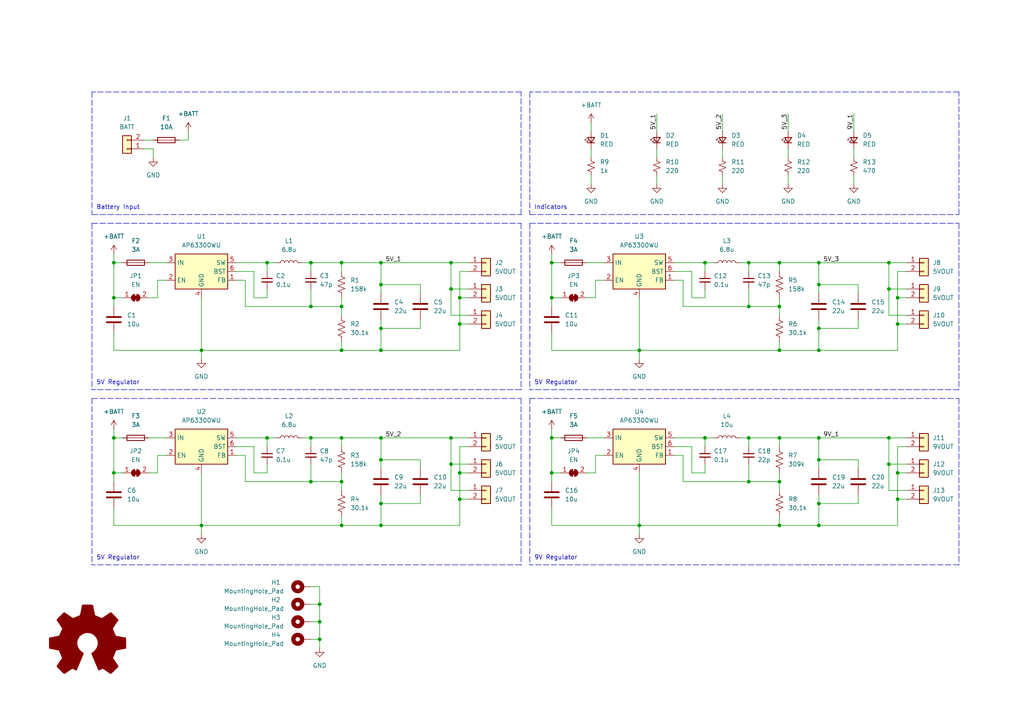
<source format=kicad_sch>
(kicad_sch (version 20211123) (generator eeschema)
  (paper "A4")
  (title_block (title "Regulator Board") (date "2023-01-11") (rev "dev1") (company "AUVCalStateLA"))
  (lib_symbols
    (symbol "AUVCSLA_SymbLib:AP63300WU"
      (property "Reference" "U" (at -7.62 6.35 0))
      (property "Value" "AP63300WU" (at 2.54 6.35 0))
      (symbol "AP63300WU_1_1"
        (pin input line (at 10.16 -2.54 180) (length 2.54) (name "FB") (number "1"))
        (pin input line (at -10.16 -2.54 0) (length 2.54) (name "EN") (number "2"))
        (pin power_in line (at -10.16 2.54 0) (length 2.54) (name "IN") (number "3"))
        (pin power_in line (at 0 -7.62 90) (length 2.54) (name "GND") (number "4"))
        (pin output line (at 10.16 2.54 180) (length 2.54) (name "SW") (number "5"))
        (pin passive line (at 10.16 0 180) (length 2.54) (name "BST") (number "6"))
      )
    )
    (symbol "Connector_Generic:Conn_01x02" (pin_names (offset 1.016) hide)
      (property "Reference" "J" (at 0 2.54 0))
      (property "Value" "Conn_01x02" (at 0 -5.08 0))
      (symbol "Conn_01x02_1_1"
        (pin passive line (at -5.08 0 0) (length 3.81) (name "Pin_1") (number "1"))
        (pin passive line (at -5.08 -2.54 0) (length 3.81) (name "Pin_2") (number "2"))
      )
    )
    (symbol "Device:C" (pin_numbers hide) (pin_names (offset 0.254))
      (property "Reference" "C" (at 0.635 2.54 0))
      (property "Value" "C" (at 0.635 -2.54 0))
      (symbol "C_1_1"
        (pin passive line (at 0 3.81 270) (length 2.794) (name "~") (number "1"))
        (pin passive line (at 0 -3.81 90) (length 2.794) (name "~") (number "2"))
      )
    )
    (symbol "Device:C_Small" (pin_numbers hide) (pin_names (offset 0.254) hide)
      (property "Reference" "C" (at 0.254 1.778 0))
      (property "Value" "C_Small" (at 0.254 -2.032 0))
      (symbol "C_Small_1_1"
        (pin passive line (at 0 2.54 270) (length 2.032) (name "~") (number "1"))
        (pin passive line (at 0 -2.54 90) (length 2.032) (name "~") (number "2"))
      )
    )
    (symbol "Device:Fuse" (pin_numbers hide) (pin_names (offset 0))
      (property "Reference" "F" (at 2.032 0 90))
      (property "Value" "Fuse" (at -1.905 0 90))
      (symbol "Fuse_1_1"
        (pin passive line (at 0 3.81 270) (length 1.27) (name "~") (number "1"))
        (pin passive line (at 0 -3.81 90) (length 1.27) (name "~") (number "2"))
      )
    )
    (symbol "Device:L" (pin_numbers hide) (pin_names (offset 1.016) hide)
      (property "Reference" "L" (at -1.27 0 90))
      (property "Value" "L" (at 1.905 0 90))
      (symbol "L_1_1"
        (pin passive line (at 0 3.81 270) (length 1.27) (name "1") (number "1"))
        (pin passive line (at 0 -3.81 90) (length 1.27) (name "2") (number "2"))
      )
    )
    (symbol "Device:LED_Small" (pin_numbers hide) (pin_names (offset 0.254) hide)
      (property "Reference" "D" (at -1.27 3.175 0))
      (property "Value" "LED_Small" (at -4.445 -2.54 0))
      (symbol "LED_Small_1_1"
        (pin passive line (at -2.54 0 0) (length 1.778) (name "K") (number "1"))
        (pin passive line (at 2.54 0 180) (length 1.778) (name "A") (number "2"))
      )
    )
    (symbol "Device:R_Small_US" (pin_numbers hide) (pin_names (offset 0.254) hide)
      (property "Reference" "R" (at 0.762 0.508 0))
      (property "Value" "R_Small_US" (at 0.762 -1.016 0))
      (symbol "R_Small_US_1_1"
        (pin passive line (at 0 2.54 270) (length 1.016) (name "~") (number "1"))
        (pin passive line (at 0 -2.54 90) (length 1.016) (name "~") (number "2"))
      )
    )
    (symbol "Device:R_US" (pin_numbers hide) (pin_names (offset 0))
      (property "Reference" "R" (at 2.54 0 90))
      (property "Value" "R_US" (at -2.54 0 90))
      (symbol "R_US_1_1"
        (pin passive line (at 0 3.81 270) (length 1.27) (name "~") (number "1"))
        (pin passive line (at 0 -3.81 90) (length 1.27) (name "~") (number "2"))
      )
    )
    (symbol "Graphic:Logo_Open_Hardware_Large" (pin_names (offset 1.016)))
    (symbol "Jumper:SolderJumper_2_Bridged" (pin_names (offset 0) hide)
      (property "Reference" "JP" (at 0 2.032 0))
      (property "Value" "SolderJumper_2_Bridged" (at 0 -2.54 0))
      (symbol "SolderJumper_2_Bridged_1_1"
        (pin passive line (at -3.81 0 0) (length 2.54) (name "A") (number "1"))
        (pin passive line (at 3.81 0 180) (length 2.54) (name "B") (number "2"))
      )
    )
    (symbol "Mechanical:MountingHole_Pad" (pin_numbers hide) (pin_names (offset 1.016) hide)
      (property "Reference" "H" (at 0 6.35 0))
      (property "Value" "MountingHole_Pad" (at 0 4.445 0))
      (symbol "MountingHole_Pad_1_1"
        (pin input line (at 0 -2.54 90) (length 2.54) (name "1") (number "1"))
      )
    )
    (symbol "power:+BATT" (power) (pin_names (offset 0))
      (property "Value" "+BATT" (at 0 3.556 0))
      (symbol "+BATT_1_1"
        (pin power_in line (at 0 0 90) (length 0) hide (name "+BATT") (number "1"))
      )
    )
    (symbol "power:GND" (power) (pin_names (offset 0))
      (property "Value" "GND" (at 0 -3.81 0))
      (symbol "GND_1_1"
        (pin power_in line (at 0 0 270) (length 0) hide (name "GND") (number "1"))
      )
    )
  )
  (junction (at 160.02 86.36))
  (junction (at 133.35 137.16))
  (junction (at 99.06 152.4))
  (junction (at 217.17 127))
  (junction (at 237.49 101.6))
  (junction (at 99.06 88.9))
  (junction (at 260.35 86.36))
  (junction (at 257.81 83.82))
  (junction (at 226.06 127))
  (junction (at 110.49 133.35))
  (junction (at 130.81 134.62))
  (junction (at 99.06 127))
  (junction (at 90.17 139.7))
  (junction (at 226.06 101.6))
  (junction (at 33.02 86.36))
  (junction (at 237.49 152.4))
  (junction (at 130.81 127))
  (junction (at 160.02 127))
  (junction (at 90.17 127))
  (junction (at 226.06 76.2))
  (junction (at 160.02 137.16))
  (junction (at 260.35 93.98))
  (junction (at 133.35 93.98))
  (junction (at 99.06 101.6))
  (junction (at 58.42 152.4))
  (junction (at 260.35 137.16))
  (junction (at 217.17 76.2))
  (junction (at 226.06 139.7))
  (junction (at 33.02 137.16))
  (junction (at 133.35 86.36))
  (junction (at 90.17 76.2))
  (junction (at 110.49 101.6))
  (junction (at 226.06 152.4))
  (junction (at 217.17 88.9))
  (junction (at 226.06 88.9))
  (junction (at 185.42 101.6))
  (junction (at 99.06 139.7))
  (junction (at 110.49 82.55))
  (junction (at 204.47 127))
  (junction (at 260.35 144.78))
  (junction (at 257.81 127))
  (junction (at 33.02 127))
  (junction (at 237.49 76.2))
  (junction (at 237.49 95.25))
  (junction (at 90.17 88.9))
  (junction (at 237.49 146.05))
  (junction (at 92.71 175.26))
  (junction (at 99.06 76.2))
  (junction (at 110.49 76.2))
  (junction (at 33.02 76.2))
  (junction (at 77.47 76.2))
  (junction (at 77.47 127))
  (junction (at 92.71 180.34))
  (junction (at 130.81 83.82))
  (junction (at 257.81 76.2))
  (junction (at 204.47 76.2))
  (junction (at 133.35 144.78))
  (junction (at 237.49 82.55))
  (junction (at 130.81 76.2))
  (junction (at 58.42 101.6))
  (junction (at 160.02 76.2))
  (junction (at 110.49 152.4))
  (junction (at 237.49 133.35))
  (junction (at 92.71 185.42))
  (junction (at 257.81 134.62))
  (junction (at 217.17 139.7))
  (junction (at 185.42 152.4))
  (junction (at 110.49 146.05))
  (junction (at 237.49 127))
  (junction (at 110.49 127))
  (junction (at 110.49 95.25))
  (wire (pts (xy 121.92 82.55) (xy 121.92 85.09)))
  (wire (pts (xy 135.89 78.74) (xy 133.35 78.74)))
  (wire (pts (xy 160.02 101.6) (xy 185.42 101.6)))
  (wire (pts (xy 185.42 101.6) (xy 185.42 104.14)))
  (wire (pts (xy 260.35 78.74) (xy 260.35 86.36)))
  (polyline (pts (xy 153.67 64.77) (xy 153.67 113.03)))
  (wire (pts (xy 99.06 152.4) (xy 110.49 152.4)))
  (wire (pts (xy 237.49 82.55) (xy 237.49 76.2)))
  (wire (pts (xy 172.72 137.16) (xy 170.18 137.16)))
  (polyline (pts (xy 151.13 26.67) (xy 26.67 26.67)))
  (wire (pts (xy 92.71 180.34) (xy 92.71 185.42)))
  (wire (pts (xy 226.06 137.16) (xy 226.06 139.7)))
  (wire (pts (xy 257.81 83.82) (xy 257.81 76.2)))
  (wire (pts (xy 204.47 127) (xy 204.47 129.54)))
  (wire (pts (xy 33.02 127) (xy 35.56 127)))
  (wire (pts (xy 217.17 134.62) (xy 217.17 139.7)))
  (wire (pts (xy 195.58 78.74) (xy 200.66 78.74)))
  (wire (pts (xy 45.72 132.08) (xy 45.72 137.16)))
  (polyline (pts (xy 278.13 115.57) (xy 278.13 163.83)))
  (wire (pts (xy 204.47 127) (xy 207.01 127)))
  (wire (pts (xy 77.47 76.2) (xy 80.01 76.2)))
  (wire (pts (xy 48.26 132.08) (xy 45.72 132.08)))
  (wire (pts (xy 99.06 101.6) (xy 110.49 101.6)))
  (polyline (pts (xy 26.67 26.67) (xy 26.67 62.23)))
  (wire (pts (xy 195.58 76.2) (xy 204.47 76.2)))
  (wire (pts (xy 209.55 33.02) (xy 209.55 38.1)))
  (wire (pts (xy 237.49 92.71) (xy 237.49 95.25)))
  (wire (pts (xy 248.92 82.55) (xy 248.92 85.09)))
  (wire (pts (xy 162.56 137.16) (xy 160.02 137.16)))
  (wire (pts (xy 90.17 76.2) (xy 99.06 76.2)))
  (wire (pts (xy 237.49 76.2) (xy 257.81 76.2)))
  (wire (pts (xy 99.06 137.16) (xy 99.06 139.7)))
  (wire (pts (xy 99.06 139.7) (xy 99.06 142.24)))
  (wire (pts (xy 133.35 129.54) (xy 133.35 137.16)))
  (wire (pts (xy 110.49 133.35) (xy 110.49 135.89)))
  (polyline (pts (xy 151.13 64.77) (xy 151.13 113.03)))
  (wire (pts (xy 260.35 93.98) (xy 262.89 93.98)))
  (wire (pts (xy 257.81 127) (xy 262.89 127)))
  (wire (pts (xy 73.66 129.54) (xy 73.66 137.16)))
  (wire (pts (xy 90.17 83.82) (xy 90.17 88.9)))
  (wire (pts (xy 195.58 127) (xy 204.47 127)))
  (polyline (pts (xy 153.67 26.67) (xy 153.67 62.23)))
  (wire (pts (xy 237.49 101.6) (xy 260.35 101.6)))
  (wire (pts (xy 71.12 139.7) (xy 90.17 139.7)))
  (wire (pts (xy 237.49 133.35) (xy 237.49 135.89)))
  (wire (pts (xy 110.49 146.05) (xy 110.49 152.4)))
  (wire (pts (xy 68.58 127) (xy 77.47 127)))
  (wire (pts (xy 171.45 43.18) (xy 171.45 45.72)))
  (wire (pts (xy 68.58 81.28) (xy 71.12 81.28)))
  (wire (pts (xy 130.81 83.82) (xy 130.81 76.2)))
  (wire (pts (xy 262.89 83.82) (xy 257.81 83.82)))
  (wire (pts (xy 160.02 73.66) (xy 160.02 76.2)))
  (wire (pts (xy 58.42 137.16) (xy 58.42 152.4)))
  (wire (pts (xy 133.35 144.78) (xy 133.35 152.4)))
  (wire (pts (xy 68.58 129.54) (xy 73.66 129.54)))
  (wire (pts (xy 260.35 144.78) (xy 262.89 144.78)))
  (wire (pts (xy 198.12 139.7) (xy 217.17 139.7)))
  (wire (pts (xy 99.06 127) (xy 110.49 127)))
  (wire (pts (xy 58.42 101.6) (xy 58.42 104.14)))
  (wire (pts (xy 135.89 137.16) (xy 133.35 137.16)))
  (wire (pts (xy 262.89 78.74) (xy 260.35 78.74)))
  (wire (pts (xy 160.02 96.52) (xy 160.02 101.6)))
  (wire (pts (xy 71.12 81.28) (xy 71.12 88.9)))
  (wire (pts (xy 45.72 86.36) (xy 43.18 86.36)))
  (wire (pts (xy 41.91 43.18) (xy 44.45 43.18)))
  (wire (pts (xy 41.91 40.64) (xy 44.45 40.64)))
  (wire (pts (xy 110.49 152.4) (xy 133.35 152.4)))
  (wire (pts (xy 121.92 92.71) (xy 121.92 95.25)))
  (wire (pts (xy 33.02 137.16) (xy 33.02 139.7)))
  (wire (pts (xy 260.35 137.16) (xy 262.89 137.16)))
  (wire (pts (xy 110.49 101.6) (xy 133.35 101.6)))
  (wire (pts (xy 45.72 81.28) (xy 45.72 86.36)))
  (wire (pts (xy 43.18 127) (xy 48.26 127)))
  (wire (pts (xy 226.06 127) (xy 226.06 129.54)))
  (wire (pts (xy 77.47 127) (xy 80.01 127)))
  (wire (pts (xy 190.5 43.18) (xy 190.5 45.72)))
  (wire (pts (xy 48.26 81.28) (xy 45.72 81.28)))
  (polyline (pts (xy 153.67 115.57) (xy 278.13 115.57)))
  (wire (pts (xy 226.06 99.06) (xy 226.06 101.6)))
  (wire (pts (xy 133.35 86.36) (xy 135.89 86.36)))
  (wire (pts (xy 209.55 50.8) (xy 209.55 53.34)))
  (wire (pts (xy 237.49 133.35) (xy 248.92 133.35)))
  (wire (pts (xy 248.92 95.25) (xy 237.49 95.25)))
  (wire (pts (xy 217.17 88.9) (xy 226.06 88.9)))
  (wire (pts (xy 90.17 76.2) (xy 90.17 78.74)))
  (wire (pts (xy 260.35 86.36) (xy 260.35 93.98)))
  (wire (pts (xy 90.17 88.9) (xy 99.06 88.9)))
  (wire (pts (xy 33.02 73.66) (xy 33.02 76.2)))
  (wire (pts (xy 171.45 50.8) (xy 171.45 53.34)))
  (wire (pts (xy 33.02 101.6) (xy 58.42 101.6)))
  (wire (pts (xy 33.02 86.36) (xy 33.02 76.2)))
  (wire (pts (xy 228.6 33.02) (xy 228.6 38.1)))
  (wire (pts (xy 133.35 144.78) (xy 135.89 144.78)))
  (wire (pts (xy 260.35 86.36) (xy 262.89 86.36)))
  (wire (pts (xy 110.49 95.25) (xy 110.49 101.6)))
  (wire (pts (xy 92.71 170.18) (xy 92.71 175.26)))
  (wire (pts (xy 73.66 78.74) (xy 73.66 86.36)))
  (wire (pts (xy 217.17 76.2) (xy 217.17 78.74)))
  (wire (pts (xy 99.06 76.2) (xy 99.06 78.74)))
  (wire (pts (xy 226.06 139.7) (xy 226.06 142.24)))
  (wire (pts (xy 90.17 175.26) (xy 92.71 175.26)))
  (wire (pts (xy 77.47 76.2) (xy 77.47 78.74)))
  (polyline (pts (xy 153.67 64.77) (xy 278.13 64.77)))
  (wire (pts (xy 200.66 129.54) (xy 200.66 137.16)))
  (wire (pts (xy 260.35 129.54) (xy 260.35 137.16)))
  (wire (pts (xy 237.49 133.35) (xy 237.49 127)))
  (wire (pts (xy 160.02 124.46) (xy 160.02 127)))
  (wire (pts (xy 52.07 40.64) (xy 54.61 40.64)))
  (wire (pts (xy 247.65 43.18) (xy 247.65 45.72)))
  (wire (pts (xy 160.02 147.32) (xy 160.02 152.4)))
  (wire (pts (xy 209.55 43.18) (xy 209.55 45.72)))
  (polyline (pts (xy 151.13 62.23) (xy 151.13 26.67)))
  (wire (pts (xy 228.6 43.18) (xy 228.6 45.72)))
  (wire (pts (xy 99.06 149.86) (xy 99.06 152.4)))
  (polyline (pts (xy 278.13 163.83) (xy 153.67 163.83)))
  (wire (pts (xy 90.17 139.7) (xy 99.06 139.7)))
  (wire (pts (xy 33.02 96.52) (xy 33.02 101.6)))
  (wire (pts (xy 68.58 132.08) (xy 71.12 132.08)))
  (wire (pts (xy 226.06 88.9) (xy 226.06 91.44)))
  (wire (pts (xy 121.92 146.05) (xy 110.49 146.05)))
  (wire (pts (xy 130.81 76.2) (xy 135.89 76.2)))
  (wire (pts (xy 162.56 86.36) (xy 160.02 86.36)))
  (wire (pts (xy 133.35 93.98) (xy 135.89 93.98)))
  (wire (pts (xy 226.06 152.4) (xy 237.49 152.4)))
  (wire (pts (xy 195.58 81.28) (xy 198.12 81.28)))
  (wire (pts (xy 58.42 101.6) (xy 99.06 101.6)))
  (wire (pts (xy 33.02 137.16) (xy 33.02 127)))
  (wire (pts (xy 160.02 127) (xy 162.56 127)))
  (wire (pts (xy 44.45 43.18) (xy 44.45 45.72)))
  (wire (pts (xy 99.06 99.06) (xy 99.06 101.6)))
  (wire (pts (xy 172.72 132.08) (xy 172.72 137.16)))
  (wire (pts (xy 198.12 132.08) (xy 198.12 139.7)))
  (wire (pts (xy 54.61 40.64) (xy 54.61 38.1)))
  (wire (pts (xy 185.42 152.4) (xy 226.06 152.4)))
  (wire (pts (xy 247.65 33.02) (xy 247.65 38.1)))
  (wire (pts (xy 99.06 86.36) (xy 99.06 88.9)))
  (wire (pts (xy 33.02 76.2) (xy 35.56 76.2)))
  (wire (pts (xy 195.58 132.08) (xy 198.12 132.08)))
  (wire (pts (xy 133.35 137.16) (xy 133.35 144.78)))
  (wire (pts (xy 110.49 76.2) (xy 130.81 76.2)))
  (wire (pts (xy 262.89 91.44) (xy 257.81 91.44)))
  (wire (pts (xy 110.49 92.71) (xy 110.49 95.25)))
  (wire (pts (xy 185.42 101.6) (xy 226.06 101.6)))
  (wire (pts (xy 237.49 127) (xy 257.81 127)))
  (wire (pts (xy 260.35 144.78) (xy 260.35 152.4)))
  (wire (pts (xy 171.45 35.56) (xy 171.45 38.1)))
  (wire (pts (xy 110.49 143.51) (xy 110.49 146.05)))
  (wire (pts (xy 237.49 82.55) (xy 248.92 82.55)))
  (wire (pts (xy 110.49 133.35) (xy 121.92 133.35)))
  (wire (pts (xy 204.47 76.2) (xy 207.01 76.2)))
  (wire (pts (xy 262.89 134.62) (xy 257.81 134.62)))
  (wire (pts (xy 73.66 86.36) (xy 77.47 86.36)))
  (wire (pts (xy 35.56 137.16) (xy 33.02 137.16)))
  (wire (pts (xy 204.47 134.62) (xy 204.47 137.16)))
  (wire (pts (xy 190.5 50.8) (xy 190.5 53.34)))
  (wire (pts (xy 248.92 133.35) (xy 248.92 135.89)))
  (wire (pts (xy 262.89 129.54) (xy 260.35 129.54)))
  (wire (pts (xy 257.81 91.44) (xy 257.81 83.82)))
  (wire (pts (xy 110.49 82.55) (xy 110.49 76.2)))
  (wire (pts (xy 237.49 82.55) (xy 237.49 85.09)))
  (wire (pts (xy 71.12 132.08) (xy 71.12 139.7)))
  (wire (pts (xy 99.06 127) (xy 99.06 129.54)))
  (wire (pts (xy 237.49 146.05) (xy 237.49 152.4)))
  (polyline (pts (xy 278.13 62.23) (xy 278.13 26.67)))
  (wire (pts (xy 90.17 185.42) (xy 92.71 185.42)))
  (wire (pts (xy 110.49 127) (xy 130.81 127)))
  (polyline (pts (xy 153.67 115.57) (xy 153.67 163.83)))
  (wire (pts (xy 160.02 86.36) (xy 160.02 88.9)))
  (wire (pts (xy 77.47 83.82) (xy 77.47 86.36)))
  (wire (pts (xy 92.71 185.42) (xy 92.71 187.96)))
  (polyline (pts (xy 151.13 115.57) (xy 151.13 163.83)))
  (wire (pts (xy 217.17 139.7) (xy 226.06 139.7)))
  (wire (pts (xy 135.89 83.82) (xy 130.81 83.82)))
  (wire (pts (xy 135.89 129.54) (xy 133.35 129.54)))
  (wire (pts (xy 99.06 76.2) (xy 110.49 76.2)))
  (wire (pts (xy 110.49 82.55) (xy 121.92 82.55)))
  (wire (pts (xy 257.81 142.24) (xy 257.81 134.62)))
  (wire (pts (xy 237.49 95.25) (xy 237.49 101.6)))
  (wire (pts (xy 185.42 152.4) (xy 185.42 154.94)))
  (wire (pts (xy 99.06 88.9) (xy 99.06 91.44)))
  (wire (pts (xy 135.89 142.24) (xy 130.81 142.24)))
  (wire (pts (xy 172.72 86.36) (xy 170.18 86.36)))
  (wire (pts (xy 160.02 86.36) (xy 160.02 76.2)))
  (wire (pts (xy 90.17 180.34) (xy 92.71 180.34)))
  (polyline (pts (xy 26.67 62.23) (xy 151.13 62.23)))
  (wire (pts (xy 43.18 76.2) (xy 48.26 76.2)))
  (wire (pts (xy 198.12 81.28) (xy 198.12 88.9)))
  (polyline (pts (xy 278.13 64.77) (xy 278.13 113.03)))
  (wire (pts (xy 204.47 83.82) (xy 204.47 86.36)))
  (wire (pts (xy 130.81 142.24) (xy 130.81 134.62)))
  (wire (pts (xy 121.92 143.51) (xy 121.92 146.05)))
  (wire (pts (xy 262.89 142.24) (xy 257.81 142.24)))
  (wire (pts (xy 87.63 127) (xy 90.17 127)))
  (polyline (pts (xy 153.67 62.23) (xy 278.13 62.23)))
  (wire (pts (xy 226.06 101.6) (xy 237.49 101.6)))
  (wire (pts (xy 58.42 86.36) (xy 58.42 101.6)))
  (wire (pts (xy 237.49 152.4) (xy 260.35 152.4)))
  (wire (pts (xy 200.66 137.16) (xy 204.47 137.16)))
  (wire (pts (xy 217.17 127) (xy 217.17 129.54)))
  (polyline (pts (xy 26.67 115.57) (xy 26.67 163.83)))
  (wire (pts (xy 226.06 149.86) (xy 226.06 152.4)))
  (wire (pts (xy 257.81 134.62) (xy 257.81 127)))
  (wire (pts (xy 73.66 137.16) (xy 77.47 137.16)))
  (wire (pts (xy 133.35 78.74) (xy 133.35 86.36)))
  (wire (pts (xy 200.66 86.36) (xy 204.47 86.36)))
  (wire (pts (xy 77.47 134.62) (xy 77.47 137.16)))
  (wire (pts (xy 130.81 127) (xy 135.89 127)))
  (wire (pts (xy 45.72 137.16) (xy 43.18 137.16)))
  (wire (pts (xy 217.17 76.2) (xy 226.06 76.2)))
  (wire (pts (xy 214.63 127) (xy 217.17 127)))
  (wire (pts (xy 130.81 91.44) (xy 130.81 83.82)))
  (wire (pts (xy 130.81 134.62) (xy 130.81 127)))
  (wire (pts (xy 170.18 127) (xy 175.26 127)))
  (wire (pts (xy 68.58 76.2) (xy 77.47 76.2)))
  (wire (pts (xy 87.63 76.2) (xy 90.17 76.2)))
  (wire (pts (xy 33.02 147.32) (xy 33.02 152.4)))
  (wire (pts (xy 185.42 137.16) (xy 185.42 152.4)))
  (wire (pts (xy 214.63 76.2) (xy 217.17 76.2)))
  (wire (pts (xy 248.92 92.71) (xy 248.92 95.25)))
  (wire (pts (xy 248.92 146.05) (xy 237.49 146.05)))
  (wire (pts (xy 68.58 78.74) (xy 73.66 78.74)))
  (wire (pts (xy 35.56 86.36) (xy 33.02 86.36)))
  (wire (pts (xy 160.02 137.16) (xy 160.02 139.7)))
  (wire (pts (xy 226.06 76.2) (xy 226.06 78.74)))
  (wire (pts (xy 133.35 93.98) (xy 133.35 101.6)))
  (wire (pts (xy 226.06 127) (xy 237.49 127)))
  (wire (pts (xy 217.17 83.82) (xy 217.17 88.9)))
  (wire (pts (xy 190.5 33.02) (xy 190.5 38.1)))
  (wire (pts (xy 226.06 86.36) (xy 226.06 88.9)))
  (wire (pts (xy 92.71 175.26) (xy 92.71 180.34)))
  (wire (pts (xy 135.89 134.62) (xy 130.81 134.62)))
  (wire (pts (xy 92.71 170.18) (xy 90.17 170.18)))
  (polyline (pts (xy 26.67 64.77) (xy 26.67 113.03)))
  (polyline (pts (xy 278.13 113.03) (xy 153.67 113.03)))
  (wire (pts (xy 172.72 81.28) (xy 172.72 86.36)))
  (polyline (pts (xy 151.13 113.03) (xy 26.67 113.03)))
  (polyline (pts (xy 26.67 64.77) (xy 151.13 64.77)))
  (wire (pts (xy 90.17 127) (xy 99.06 127)))
  (wire (pts (xy 257.81 76.2) (xy 262.89 76.2)))
  (wire (pts (xy 175.26 132.08) (xy 172.72 132.08)))
  (wire (pts (xy 77.47 127) (xy 77.47 129.54)))
  (wire (pts (xy 90.17 127) (xy 90.17 129.54)))
  (wire (pts (xy 160.02 76.2) (xy 162.56 76.2)))
  (wire (pts (xy 217.17 127) (xy 226.06 127)))
  (wire (pts (xy 71.12 88.9) (xy 90.17 88.9)))
  (wire (pts (xy 260.35 137.16) (xy 260.35 144.78)))
  (wire (pts (xy 160.02 152.4) (xy 185.42 152.4)))
  (wire (pts (xy 200.66 78.74) (xy 200.66 86.36)))
  (wire (pts (xy 121.92 95.25) (xy 110.49 95.25)))
  (wire (pts (xy 110.49 82.55) (xy 110.49 85.09)))
  (wire (pts (xy 160.02 137.16) (xy 160.02 127)))
  (wire (pts (xy 195.58 129.54) (xy 200.66 129.54)))
  (wire (pts (xy 204.47 76.2) (xy 204.47 78.74)))
  (wire (pts (xy 237.49 143.51) (xy 237.49 146.05)))
  (wire (pts (xy 121.92 133.35) (xy 121.92 135.89)))
  (wire (pts (xy 110.49 133.35) (xy 110.49 127)))
  (polyline (pts (xy 26.67 115.57) (xy 151.13 115.57)))
  (wire (pts (xy 135.89 91.44) (xy 130.81 91.44)))
  (wire (pts (xy 58.42 152.4) (xy 58.42 154.94)))
  (wire (pts (xy 133.35 86.36) (xy 133.35 93.98)))
  (wire (pts (xy 247.65 50.8) (xy 247.65 53.34)))
  (wire (pts (xy 175.26 81.28) (xy 172.72 81.28)))
  (wire (pts (xy 170.18 76.2) (xy 175.26 76.2)))
  (wire (pts (xy 185.42 86.36) (xy 185.42 101.6)))
  (wire (pts (xy 58.42 152.4) (xy 99.06 152.4)))
  (polyline (pts (xy 278.13 26.67) (xy 153.67 26.67)))
  (wire (pts (xy 33.02 152.4) (xy 58.42 152.4)))
  (wire (pts (xy 248.92 143.51) (xy 248.92 146.05)))
  (wire (pts (xy 33.02 124.46) (xy 33.02 127)))
  (wire (pts (xy 198.12 88.9) (xy 217.17 88.9)))
  (wire (pts (xy 260.35 93.98) (xy 260.35 101.6)))
  (wire (pts (xy 228.6 50.8) (xy 228.6 53.34)))
  (wire (pts (xy 226.06 76.2) (xy 237.49 76.2)))
  (wire (pts (xy 90.17 134.62) (xy 90.17 139.7)))
  (polyline (pts (xy 151.13 163.83) (xy 26.67 163.83)))
  (wire (pts (xy 33.02 86.36) (xy 33.02 88.9)))
  (text "Indicators" (at 154.94 60.96 0) (effects (font (size 1.27 1.27)) (justify left bottom)))
  (text "Battery Input" (at 27.94 60.96 0) (effects (font (size 1.27 1.27)) (justify left bottom)))
  (text "5V Regulator" (at 27.94 162.56 0) (effects (font (size 1.27 1.27)) (justify left bottom)))
  (text "5V Regulator" (at 154.94 111.76 0) (effects (font (size 1.27 1.27)) (justify left bottom)))
  (text "5V Regulator" (at 27.94 111.76 0) (effects (font (size 1.27 1.27)) (justify left bottom)))
  (text "9V Regulator" (at 154.94 162.56 0) (effects (font (size 1.27 1.27)) (justify left bottom)))
  (label "5V_3" (at 228.6 33.02 270))
  (label "5V_1" (at 111.76 76.2 0))
  (label "5V_3" (at 238.76 76.2 0))
  (label "9V_1" (at 238.76 127 0))
  (label "9V_1" (at 247.65 33.02 270))
  (label "5V_1" (at 190.5 33.02 270))
  (label "5V_2" (at 209.55 33.02 270))
  (label "5V_2" (at 111.76 127 0))
  (symbol (lib_id "Mechanical:MountingHole_Pad") (at 87.63 175.26 90) (unit 1)
    (property "Reference" "H2" (at 80.01 173.99 90))
    (property "Value" "MountingHole_Pad" (at 73.66 176.53 90))
    (property "Footprint" "MountingHole:MountingHole_3.2mm_M3_Pad_Via" (effects hide))
  )
  (symbol (lib_id "Mechanical:MountingHole_Pad") (at 87.63 180.34 90) (unit 1)
    (property "Reference" "H3" (at 80.01 179.07 90))
    (property "Value" "MountingHole_Pad" (at 73.66 181.61 90))
    (property "Footprint" "MountingHole:MountingHole_3.2mm_M3_Pad_Via" (effects hide))
  )
  (symbol (lib_id "Connector_Generic:Conn_01x02") (at 140.97 142.24 0) (unit 1)
    (property "Reference" "J7" (at 143.51 142.2399 0) (effects (justify left)))
    (property "Value" "5VOUT" (at 143.51 144.7799 0) (effects (justify left)))
    (property "Footprint" "Connector_JST:JST_XH_B2B-XH-A_1x02_P2.50mm_Vertical" (effects hide))
  )
  (symbol (lib_id "Device:LED_Small") (at 209.55 40.64 90) (unit 1)
    (property "Reference" "D3" (at 212.09 39.3064 90) (effects (justify right)))
    (property "Value" "RED" (at 212.09 41.8464 90) (effects (justify right)))
    (property "Footprint" "LED_SMD:LED_0603_1608Metric_Pad1.05x0.95mm_HandSolder" (effects hide))
  )
  (symbol (lib_id "Device:C_Small") (at 77.47 132.08 0) (unit 1)
    (property "Reference" "C7" (at 80.01 130.8162 0) (effects (justify left)))
    (property "Value" "0.1u" (at 80.01 133.3562 0) (effects (justify left)))
    (property "Footprint" "Capacitor_SMD:C_0603_1608Metric_Pad1.08x0.95mm_HandSolder" (effects hide))
  )
  (symbol (lib_id "Device:R_US") (at 226.06 133.35 0) (unit 1)
    (property "Reference" "R7" (at 228.6 132.0799 0) (effects (justify left)))
    (property "Value" "309k" (at 228.6 134.6199 0) (effects (justify left)))
    (property "Footprint" "Resistor_SMD:R_0603_1608Metric_Pad0.98x0.95mm_HandSolder" (effects hide))
  )
  (symbol (lib_id "Device:R_Small_US") (at 247.65 48.26 0) (unit 1)
    (property "Reference" "R13" (at 250.19 46.9899 0) (effects (justify left)))
    (property "Value" "470" (at 250.19 49.5299 0) (effects (justify left)))
    (property "Footprint" "Resistor_SMD:R_0603_1608Metric_Pad0.98x0.95mm_HandSolder" (effects hide))
  )
  (symbol (lib_id "Connector_Generic:Conn_01x02") (at 267.97 142.24 0) (unit 1)
    (property "Reference" "J13" (at 270.51 142.2399 0) (effects (justify left)))
    (property "Value" "9VOUT" (at 270.51 144.7799 0) (effects (justify left)))
    (property "Footprint" "Connector_JST:JST_XH_B2B-XH-A_1x02_P2.50mm_Vertical" (effects hide))
  )
  (symbol (lib_id "Device:C_Small") (at 217.17 132.08 0) (unit 1)
    (property "Reference" "C18" (at 219.71 130.8162 0) (effects (justify left)))
    (property "Value" "22p" (at 219.71 133.3562 0) (effects (justify left)))
    (property "Footprint" "Capacitor_SMD:C_0603_1608Metric_Pad1.08x0.95mm_HandSolder" (effects hide))
  )
  (symbol (lib_id "Device:R_US") (at 99.06 95.25 0) (unit 1)
    (property "Reference" "R2" (at 101.6 93.9799 0) (effects (justify left)))
    (property "Value" "30.1k" (at 101.6 96.5199 0) (effects (justify left)))
    (property "Footprint" "Resistor_SMD:R_0603_1608Metric_Pad0.98x0.95mm_HandSolder" (effects hide))
  )
  (symbol (lib_id "Jumper:SolderJumper_2_Bridged") (at 166.37 86.36 0) (unit 1)
    (property "Reference" "JP3" (at 166.37 80.01 0))
    (property "Value" "EN" (at 166.37 82.55 0))
    (property "Footprint" "Jumper:SolderJumper-2_P1.3mm_Bridged_RoundedPad1.0x1.5mm" (effects hide))
  )
  (symbol (lib_id "Device:Fuse") (at 166.37 127 90) (unit 1)
    (property "Reference" "F5" (at 166.37 120.65 90))
    (property "Value" "3A" (at 166.37 123.19 90))
    (property "Footprint" "Fuse:Fuse_0603_1608Metric_Pad1.05x0.95mm_HandSolder" (effects hide))
  )
  (symbol (lib_id "Device:L") (at 83.82 127 90) (unit 1)
    (property "Reference" "L2" (at 83.82 120.65 90))
    (property "Value" "6.8u" (at 83.82 123.19 90))
    (property "Footprint" "AUVCSLA_FootLib:L_Bourns_SRP6030" (effects hide))
  )
  (symbol (lib_id "Device:L") (at 210.82 127 90) (unit 1)
    (property "Reference" "L4" (at 210.82 120.65 90))
    (property "Value" "10u" (at 210.82 123.19 90))
    (property "Footprint" "AUVCSLA_FootLib:L_Bourns_SRP6030" (effects hide))
  )
  (symbol (lib_id "Device:R_Small_US") (at 228.6 48.26 0) (unit 1)
    (property "Reference" "R12" (at 231.14 46.9899 0) (effects (justify left)))
    (property "Value" "220" (at 231.14 49.5299 0) (effects (justify left)))
    (property "Footprint" "Resistor_SMD:R_0603_1608Metric_Pad0.98x0.95mm_HandSolder" (effects hide))
  )
  (symbol (lib_id "AUVCSLA_SymbLib:AP63300WU") (at 185.42 129.54 0) (unit 1)
    (property "Reference" "U4" (at 185.42 119.38 0))
    (property "Value" "AP63300WU" (at 185.42 121.92 0))
    (property "Footprint" "Package_TO_SOT_SMD:TSOT-23-6" (effects hide))
    (property "Datasheet" "https://www.diodes.com/assets/Datasheets/AP63300-AP63301.pdf" (effects hide))
  )
  (symbol (lib_id "Device:R_Small_US") (at 190.5 48.26 0) (unit 1)
    (property "Reference" "R10" (at 193.04 46.9899 0) (effects (justify left)))
    (property "Value" "220" (at 193.04 49.5299 0) (effects (justify left)))
    (property "Footprint" "Resistor_SMD:R_0603_1608Metric_Pad0.98x0.95mm_HandSolder" (effects hide))
  )
  (symbol (lib_id "Jumper:SolderJumper_2_Bridged") (at 39.37 86.36 0) (unit 1)
    (property "Reference" "JP1" (at 39.37 80.01 0))
    (property "Value" "EN" (at 39.37 82.55 0))
    (property "Footprint" "Jumper:SolderJumper-2_P1.3mm_Bridged_RoundedPad1.0x1.5mm" (effects hide))
  )
  (symbol (lib_id "Device:LED_Small") (at 228.6 40.64 90) (unit 1)
    (property "Reference" "D4" (at 231.14 39.3064 90) (effects (justify right)))
    (property "Value" "RED" (at 231.14 41.8464 90) (effects (justify right)))
    (property "Footprint" "LED_SMD:LED_0603_1608Metric_Pad1.05x0.95mm_HandSolder" (effects hide))
  )
  (symbol (lib_id "Device:L") (at 83.82 76.2 90) (unit 1)
    (property "Reference" "L1" (at 83.82 69.85 90))
    (property "Value" "6.8u" (at 83.82 72.39 90))
    (property "Footprint" "AUVCSLA_FootLib:L_Bourns_SRP6030" (effects hide))
  )
  (symbol (lib_id "Device:C") (at 110.49 139.7 0) (unit 1)
    (property "Reference" "C9" (at 114.3 138.4299 0) (effects (justify left)))
    (property "Value" "22u" (at 114.3 140.9699 0) (effects (justify left)))
    (property "Footprint" "Capacitor_SMD:C_0603_1608Metric_Pad1.08x0.95mm_HandSolder" (effects hide))
  )
  (symbol (lib_id "Device:R_US") (at 226.06 146.05 0) (unit 1)
    (property "Reference" "R8" (at 228.6 144.7799 0) (effects (justify left)))
    (property "Value" "30.1k" (at 228.6 147.3199 0) (effects (justify left)))
    (property "Footprint" "Resistor_SMD:R_0603_1608Metric_Pad0.98x0.95mm_HandSolder" (effects hide))
  )
  (symbol (lib_id "power:GND") (at 171.45 53.34 0) (unit 1)
    (property "Reference" "#PWR012" (effects hide))
    (property "Value" "GND" (at 171.45 58.42 0))
  )
  (symbol (lib_id "power:GND") (at 190.5 53.34 0) (unit 1)
    (property "Reference" "#PWR013" (effects hide))
    (property "Value" "GND" (at 190.5 58.42 0))
  )
  (symbol (lib_id "Device:LED_Small") (at 171.45 40.64 90) (unit 1)
    (property "Reference" "D1" (at 173.99 39.3064 90) (effects (justify right)))
    (property "Value" "RED" (at 173.99 41.8464 90) (effects (justify right)))
    (property "Footprint" "LED_SMD:LED_0603_1608Metric_Pad1.05x0.95mm_HandSolder" (effects hide))
  )
  (symbol (lib_id "power:GND") (at 185.42 104.14 0) (unit 1)
    (property "Reference" "#PWR08" (effects hide))
    (property "Value" "GND" (at 185.42 109.22 0))
  )
  (symbol (lib_id "Device:C") (at 237.49 88.9 0) (unit 1)
    (property "Reference" "C14" (at 241.3 87.6299 0) (effects (justify left)))
    (property "Value" "22u" (at 241.3 90.1699 0) (effects (justify left)))
    (property "Footprint" "Capacitor_SMD:C_0603_1608Metric_Pad1.08x0.95mm_HandSolder" (effects hide))
  )
  (symbol (lib_id "power:GND") (at 247.65 53.34 0) (unit 1)
    (property "Reference" "#PWR016" (effects hide))
    (property "Value" "GND" (at 247.65 58.42 0))
  )
  (symbol (lib_id "Jumper:SolderJumper_2_Bridged") (at 166.37 137.16 0) (unit 1)
    (property "Reference" "JP4" (at 166.37 130.81 0))
    (property "Value" "EN" (at 166.37 133.35 0))
    (property "Footprint" "Jumper:SolderJumper-2_P1.3mm_Bridged_RoundedPad1.0x1.5mm" (effects hide))
  )
  (symbol (lib_id "Device:C_Small") (at 90.17 81.28 0) (unit 1)
    (property "Reference" "C3" (at 92.71 80.0162 0) (effects (justify left)))
    (property "Value" "47p" (at 92.71 82.5562 0) (effects (justify left)))
    (property "Footprint" "Capacitor_SMD:C_0603_1608Metric_Pad1.08x0.95mm_HandSolder" (effects hide))
  )
  (symbol (lib_id "Device:R_US") (at 99.06 133.35 0) (unit 1)
    (property "Reference" "R3" (at 101.6 132.0799 0) (effects (justify left)))
    (property "Value" "158k" (at 101.6 134.6199 0) (effects (justify left)))
    (property "Footprint" "Resistor_SMD:R_0603_1608Metric_Pad0.98x0.95mm_HandSolder" (effects hide))
  )
  (symbol (lib_id "power:GND") (at 209.55 53.34 0) (unit 1)
    (property "Reference" "#PWR014" (effects hide))
    (property "Value" "GND" (at 209.55 58.42 0))
  )
  (symbol (lib_id "Connector_Generic:Conn_01x02") (at 140.97 76.2 0) (unit 1)
    (property "Reference" "J2" (at 143.51 76.1999 0) (effects (justify left)))
    (property "Value" "5VOUT" (at 143.51 78.7399 0) (effects (justify left)))
    (property "Footprint" "Connector_JST:JST_XH_B2B-XH-A_1x02_P2.50mm_Vertical" (effects hide))
  )
  (symbol (lib_id "Device:C") (at 33.02 92.71 0) (unit 1)
    (property "Reference" "C1" (at 36.83 91.4399 0) (effects (justify left)))
    (property "Value" "10u" (at 36.83 93.9799 0) (effects (justify left)))
    (property "Footprint" "Capacitor_SMD:C_0603_1608Metric_Pad1.08x0.95mm_HandSolder" (effects hide))
  )
  (symbol (lib_id "Jumper:SolderJumper_2_Bridged") (at 39.37 137.16 0) (unit 1)
    (property "Reference" "JP2" (at 39.37 130.81 0))
    (property "Value" "EN" (at 39.37 133.35 0))
    (property "Footprint" "Jumper:SolderJumper-2_P1.3mm_Bridged_RoundedPad1.0x1.5mm" (effects hide))
  )
  (symbol (lib_id "Device:C") (at 237.49 139.7 0) (unit 1)
    (property "Reference" "C19" (at 241.3 138.4299 0) (effects (justify left)))
    (property "Value" "22u" (at 241.3 140.9699 0) (effects (justify left)))
    (property "Footprint" "Capacitor_SMD:C_0603_1608Metric_Pad1.08x0.95mm_HandSolder" (effects hide))
  )
  (symbol (lib_id "Connector_Generic:Conn_01x02") (at 267.97 91.44 0) (unit 1)
    (property "Reference" "J10" (at 270.51 91.4399 0) (effects (justify left)))
    (property "Value" "5VOUT" (at 270.51 93.9799 0) (effects (justify left)))
    (property "Footprint" "Connector_JST:JST_XH_B2B-XH-A_1x02_P2.50mm_Vertical" (effects hide))
  )
  (symbol (lib_id "Mechanical:MountingHole_Pad") (at 87.63 170.18 90) (unit 1)
    (property "Reference" "H1" (at 80.01 168.91 90))
    (property "Value" "MountingHole_Pad" (at 73.66 171.45 90))
    (property "Footprint" "MountingHole:MountingHole_3.2mm_M3_Pad_Via" (effects hide))
  )
  (symbol (lib_id "Device:C") (at 248.92 139.7 0) (unit 1)
    (property "Reference" "C20" (at 252.73 138.4299 0) (effects (justify left)))
    (property "Value" "22u" (at 252.73 140.9699 0) (effects (justify left)))
    (property "Footprint" "Capacitor_SMD:C_0603_1608Metric_Pad1.08x0.95mm_HandSolder" (effects hide))
  )
  (symbol (lib_id "Connector_Generic:Conn_01x02") (at 140.97 91.44 0) (unit 1)
    (property "Reference" "J4" (at 143.51 91.4399 0) (effects (justify left)))
    (property "Value" "5VOUT" (at 143.51 93.9799 0) (effects (justify left)))
    (property "Footprint" "Connector_JST:JST_XH_B2B-XH-A_1x02_P2.50mm_Vertical" (effects hide))
  )
  (symbol (lib_id "Device:C_Small") (at 77.47 81.28 0) (unit 1)
    (property "Reference" "C2" (at 80.01 80.0162 0) (effects (justify left)))
    (property "Value" "0.1u" (at 80.01 82.5562 0) (effects (justify left)))
    (property "Footprint" "Capacitor_SMD:C_0603_1608Metric_Pad1.08x0.95mm_HandSolder" (effects hide))
  )
  (symbol (lib_id "Connector_Generic:Conn_01x02") (at 267.97 127 0) (unit 1)
    (property "Reference" "J11" (at 270.51 126.9999 0) (effects (justify left)))
    (property "Value" "9VOUT" (at 270.51 129.5399 0) (effects (justify left)))
    (property "Footprint" "Connector_JST:JST_XH_B2B-XH-A_1x02_P2.50mm_Vertical" (effects hide))
  )
  (symbol (lib_id "Connector_Generic:Conn_01x02") (at 267.97 134.62 0) (unit 1)
    (property "Reference" "J12" (at 270.51 134.6199 0) (effects (justify left)))
    (property "Value" "9VOUT" (at 270.51 137.1599 0) (effects (justify left)))
    (property "Footprint" "Connector_JST:JST_XH_B2B-XH-A_1x02_P2.50mm_Vertical" (effects hide))
  )
  (symbol (lib_id "Device:C_Small") (at 204.47 132.08 0) (unit 1)
    (property "Reference" "C17" (at 207.01 130.8162 0) (effects (justify left)))
    (property "Value" "0.1u" (at 207.01 133.3562 0) (effects (justify left)))
    (property "Footprint" "Capacitor_SMD:C_0603_1608Metric_Pad1.08x0.95mm_HandSolder" (effects hide))
  )
  (symbol (lib_id "Device:R_US") (at 226.06 95.25 0) (unit 1)
    (property "Reference" "R6" (at 228.6 93.9799 0) (effects (justify left)))
    (property "Value" "30.1k" (at 228.6 96.5199 0) (effects (justify left)))
    (property "Footprint" "Resistor_SMD:R_0603_1608Metric_Pad0.98x0.95mm_HandSolder" (effects hide))
  )
  (symbol (lib_id "Connector_Generic:Conn_01x02") (at 267.97 83.82 0) (unit 1)
    (property "Reference" "J9" (at 270.51 83.8199 0) (effects (justify left)))
    (property "Value" "5VOUT" (at 270.51 86.3599 0) (effects (justify left)))
    (property "Footprint" "Connector_JST:JST_XH_B2B-XH-A_1x02_P2.50mm_Vertical" (effects hide))
  )
  (symbol (lib_id "power:+BATT") (at 33.02 124.46 0) (unit 1)
    (property "Reference" "#PWR05" (effects hide))
    (property "Value" "+BATT" (at 33.02 119.38 0))
  )
  (symbol (lib_id "Device:C_Small") (at 204.47 81.28 0) (unit 1)
    (property "Reference" "C12" (at 207.01 80.0162 0) (effects (justify left)))
    (property "Value" "0.1u" (at 207.01 82.5562 0) (effects (justify left)))
    (property "Footprint" "Capacitor_SMD:C_0603_1608Metric_Pad1.08x0.95mm_HandSolder" (effects hide))
  )
  (symbol (lib_id "power:GND") (at 228.6 53.34 0) (unit 1)
    (property "Reference" "#PWR015" (effects hide))
    (property "Value" "GND" (at 228.6 58.42 0))
  )
  (symbol (lib_id "Device:R_US") (at 226.06 82.55 0) (unit 1)
    (property "Reference" "R5" (at 228.6 81.2799 0) (effects (justify left)))
    (property "Value" "158k" (at 228.6 83.8199 0) (effects (justify left)))
    (property "Footprint" "Resistor_SMD:R_0603_1608Metric_Pad0.98x0.95mm_HandSolder" (effects hide))
  )
  (symbol (lib_id "AUVCSLA_SymbLib:AP63300WU") (at 58.42 78.74 0) (unit 1)
    (property "Reference" "U1" (at 58.42 68.58 0))
    (property "Value" "AP63300WU" (at 58.42 71.12 0))
    (property "Footprint" "Package_TO_SOT_SMD:TSOT-23-6" (effects hide))
    (property "Datasheet" "https://www.diodes.com/assets/Datasheets/AP63300-AP63301.pdf" (effects hide))
  )
  (symbol (lib_id "Device:C") (at 33.02 143.51 0) (unit 1)
    (property "Reference" "C6" (at 36.83 142.2399 0) (effects (justify left)))
    (property "Value" "10u" (at 36.83 144.7799 0) (effects (justify left)))
    (property "Footprint" "Capacitor_SMD:C_0603_1608Metric_Pad1.08x0.95mm_HandSolder" (effects hide))
  )
  (symbol (lib_id "Device:Fuse") (at 48.26 40.64 90) (unit 1)
    (property "Reference" "F1" (at 48.26 34.29 90))
    (property "Value" "10A" (at 48.26 36.83 90))
    (property "Footprint" "Fuse:Fuseholder_Blade_Mini_Keystone_3568" (effects hide))
  )
  (symbol (lib_id "power:GND") (at 92.71 187.96 0) (unit 1)
    (property "Reference" "#PWR0101" (effects hide))
    (property "Value" "GND" (at 92.71 193.04 0))
  )
  (symbol (lib_id "power:+BATT") (at 160.02 73.66 0) (unit 1)
    (property "Reference" "#PWR07" (effects hide))
    (property "Value" "+BATT" (at 160.02 68.58 0))
  )
  (symbol (lib_id "power:+BATT") (at 33.02 73.66 0) (unit 1)
    (property "Reference" "#PWR03" (effects hide))
    (property "Value" "+BATT" (at 33.02 68.58 0))
  )
  (symbol (lib_id "Device:C") (at 121.92 139.7 0) (unit 1)
    (property "Reference" "C10" (at 125.73 138.4299 0) (effects (justify left)))
    (property "Value" "22u" (at 125.73 140.9699 0) (effects (justify left)))
    (property "Footprint" "Capacitor_SMD:C_0603_1608Metric_Pad1.08x0.95mm_HandSolder" (effects hide))
  )
  (symbol (lib_id "Device:C") (at 160.02 143.51 0) (unit 1)
    (property "Reference" "C16" (at 163.83 142.2399 0) (effects (justify left)))
    (property "Value" "10u" (at 163.83 144.7799 0) (effects (justify left)))
    (property "Footprint" "Capacitor_SMD:C_0603_1608Metric_Pad1.08x0.95mm_HandSolder" (effects hide))
  )
  (symbol (lib_id "Connector_Generic:Conn_01x02") (at 267.97 76.2 0) (unit 1)
    (property "Reference" "J8" (at 270.51 76.1999 0) (effects (justify left)))
    (property "Value" "5VOUT" (at 270.51 78.7399 0) (effects (justify left)))
    (property "Footprint" "Connector_JST:JST_XH_B2B-XH-A_1x02_P2.50mm_Vertical" (effects hide))
  )
  (symbol (lib_id "Mechanical:MountingHole_Pad") (at 87.63 185.42 90) (unit 1)
    (property "Reference" "H4" (at 80.01 184.15 90))
    (property "Value" "MountingHole_Pad" (at 73.66 186.69 90))
    (property "Footprint" "MountingHole:MountingHole_3.2mm_M3_Pad_Via" (effects hide))
  )
  (symbol (lib_id "power:+BATT") (at 160.02 124.46 0) (unit 1)
    (property "Reference" "#PWR09" (effects hide))
    (property "Value" "+BATT" (at 160.02 119.38 0))
  )
  (symbol (lib_id "Device:L") (at 210.82 76.2 90) (unit 1)
    (property "Reference" "L3" (at 210.82 69.85 90))
    (property "Value" "6.8u" (at 210.82 72.39 90))
    (property "Footprint" "AUVCSLA_FootLib:L_Bourns_SRP6030" (effects hide))
  )
  (symbol (lib_id "Connector_Generic:Conn_01x02") (at 140.97 127 0) (unit 1)
    (property "Reference" "J5" (at 143.51 126.9999 0) (effects (justify left)))
    (property "Value" "5VOUT" (at 143.51 129.5399 0) (effects (justify left)))
    (property "Footprint" "Connector_JST:JST_XH_B2B-XH-A_1x02_P2.50mm_Vertical" (effects hide))
  )
  (symbol (lib_id "Device:R_Small_US") (at 209.55 48.26 0) (unit 1)
    (property "Reference" "R11" (at 212.09 46.9899 0) (effects (justify left)))
    (property "Value" "220" (at 212.09 49.5299 0) (effects (justify left)))
    (property "Footprint" "Resistor_SMD:R_0603_1608Metric_Pad0.98x0.95mm_HandSolder" (effects hide))
  )
  (symbol (lib_id "Device:R_Small_US") (at 171.45 48.26 0) (unit 1)
    (property "Reference" "R9" (at 173.99 46.9899 0) (effects (justify left)))
    (property "Value" "1k" (at 173.99 49.5299 0) (effects (justify left)))
    (property "Footprint" "Resistor_SMD:R_0603_1608Metric_Pad0.98x0.95mm_HandSolder" (effects hide))
  )
  (symbol (lib_id "Device:C_Small") (at 90.17 132.08 0) (unit 1)
    (property "Reference" "C8" (at 92.71 130.8162 0) (effects (justify left)))
    (property "Value" "47p" (at 92.71 133.3562 0) (effects (justify left)))
    (property "Footprint" "Capacitor_SMD:C_0603_1608Metric_Pad1.08x0.95mm_HandSolder" (effects hide))
  )
  (symbol (lib_id "Device:LED_Small") (at 247.65 40.64 90) (unit 1)
    (property "Reference" "D5" (at 250.19 39.3064 90) (effects (justify right)))
    (property "Value" "RED" (at 250.19 41.8464 90) (effects (justify right)))
    (property "Footprint" "LED_SMD:LED_0603_1608Metric_Pad1.05x0.95mm_HandSolder" (effects hide))
  )
  (symbol (lib_id "power:GND") (at 58.42 154.94 0) (unit 1)
    (property "Reference" "#PWR06" (effects hide))
    (property "Value" "GND" (at 58.42 160.02 0))
  )
  (symbol (lib_id "Device:LED_Small") (at 190.5 40.64 90) (unit 1)
    (property "Reference" "D2" (at 193.04 39.3064 90) (effects (justify right)))
    (property "Value" "RED" (at 193.04 41.8464 90) (effects (justify right)))
    (property "Footprint" "LED_SMD:LED_0603_1608Metric_Pad1.05x0.95mm_HandSolder" (effects hide))
  )
  (symbol (lib_id "Connector_Generic:Conn_01x02") (at 36.83 43.18 180) (unit 1)
    (property "Reference" "J1" (at 36.83 34.29 0))
    (property "Value" "BATT" (at 36.83 36.83 0))
    (property "Footprint" "Connector_AMASS:AMASS_XT60-M_1x02_P7.20mm_Vertical" (effects hide))
  )
  (symbol (lib_id "Device:C") (at 110.49 88.9 0) (unit 1)
    (property "Reference" "C4" (at 114.3 87.6299 0) (effects (justify left)))
    (property "Value" "22u" (at 114.3 90.1699 0) (effects (justify left)))
    (property "Footprint" "Capacitor_SMD:C_0603_1608Metric_Pad1.08x0.95mm_HandSolder" (effects hide))
  )
  (symbol (lib_id "Device:R_US") (at 99.06 146.05 0) (unit 1)
    (property "Reference" "R4" (at 101.6 144.7799 0) (effects (justify left)))
    (property "Value" "30.1k" (at 101.6 147.3199 0) (effects (justify left)))
    (property "Footprint" "Resistor_SMD:R_0603_1608Metric_Pad0.98x0.95mm_HandSolder" (effects hide))
  )
  (symbol (lib_id "AUVCSLA_SymbLib:AP63300WU") (at 185.42 78.74 0) (unit 1)
    (property "Reference" "U3" (at 185.42 68.58 0))
    (property "Value" "AP63300WU" (at 185.42 71.12 0))
    (property "Footprint" "Package_TO_SOT_SMD:TSOT-23-6" (effects hide))
    (property "Datasheet" "https://www.diodes.com/assets/Datasheets/AP63300-AP63301.pdf" (effects hide))
  )
  (symbol (lib_id "power:GND") (at 185.42 154.94 0) (unit 1)
    (property "Reference" "#PWR010" (effects hide))
    (property "Value" "GND" (at 185.42 160.02 0))
  )
  (symbol (lib_id "Graphic:Logo_Open_Hardware_Large") (at 25.4 186.69 0) (unit 1)
    (property "Reference" "LOGO1" (effects hide))
    (property "Value" "Logo_Open_Hardware_Large" (effects hide))
    (property "Footprint" "Symbol:OSHW-Logo2_9.8x8mm_SilkScreen" (effects hide))
  )
  (symbol (lib_id "AUVCSLA_SymbLib:AP63300WU") (at 58.42 129.54 0) (unit 1)
    (property "Reference" "U2" (at 58.42 119.38 0))
    (property "Value" "AP63300WU" (at 58.42 121.92 0))
    (property "Footprint" "Package_TO_SOT_SMD:TSOT-23-6" (effects hide))
    (property "Datasheet" "https://www.diodes.com/assets/Datasheets/AP63300-AP63301.pdf" (effects hide))
  )
  (symbol (lib_id "Device:Fuse") (at 39.37 127 90) (unit 1)
    (property "Reference" "F3" (at 39.37 120.65 90))
    (property "Value" "3A" (at 39.37 123.19 90))
    (property "Footprint" "Fuse:Fuse_0603_1608Metric_Pad1.05x0.95mm_HandSolder" (effects hide))
  )
  (symbol (lib_id "Device:C") (at 160.02 92.71 0) (unit 1)
    (property "Reference" "C11" (at 163.83 91.4399 0) (effects (justify left)))
    (property "Value" "10u" (at 163.83 93.9799 0) (effects (justify left)))
    (property "Footprint" "Capacitor_SMD:C_0603_1608Metric_Pad1.08x0.95mm_HandSolder" (effects hide))
  )
  (symbol (lib_id "power:GND") (at 58.42 104.14 0) (unit 1)
    (property "Reference" "#PWR04" (effects hide))
    (property "Value" "GND" (at 58.42 109.22 0))
  )
  (symbol (lib_id "Device:R_US") (at 99.06 82.55 0) (unit 1)
    (property "Reference" "R1" (at 101.6 81.2799 0) (effects (justify left)))
    (property "Value" "158k" (at 101.6 83.8199 0) (effects (justify left)))
    (property "Footprint" "Resistor_SMD:R_0603_1608Metric_Pad0.98x0.95mm_HandSolder" (effects hide))
  )
  (symbol (lib_id "power:+BATT") (at 54.61 38.1 0) (unit 1)
    (property "Reference" "#PWR02" (effects hide))
    (property "Value" "+BATT" (at 54.61 33.02 0))
  )
  (symbol (lib_id "Device:C_Small") (at 217.17 81.28 0) (unit 1)
    (property "Reference" "C13" (at 219.71 80.0162 0) (effects (justify left)))
    (property "Value" "47p" (at 219.71 82.5562 0) (effects (justify left)))
    (property "Footprint" "Capacitor_SMD:C_0603_1608Metric_Pad1.08x0.95mm_HandSolder" (effects hide))
  )
  (symbol (lib_id "Connector_Generic:Conn_01x02") (at 140.97 83.82 0) (unit 1)
    (property "Reference" "J3" (at 143.51 83.8199 0) (effects (justify left)))
    (property "Value" "5VOUT" (at 143.51 86.3599 0) (effects (justify left)))
    (property "Footprint" "Connector_JST:JST_XH_B2B-XH-A_1x02_P2.50mm_Vertical" (effects hide))
  )
  (symbol (lib_id "Connector_Generic:Conn_01x02") (at 140.97 134.62 0) (unit 1)
    (property "Reference" "J6" (at 143.51 134.6199 0) (effects (justify left)))
    (property "Value" "5VOUT" (at 143.51 137.1599 0) (effects (justify left)))
    (property "Footprint" "Connector_JST:JST_XH_B2B-XH-A_1x02_P2.50mm_Vertical" (effects hide))
  )
  (symbol (lib_id "power:GND") (at 44.45 45.72 0) (unit 1)
    (property "Reference" "#PWR01" (effects hide))
    (property "Value" "GND" (at 44.45 50.8 0))
  )
  (symbol (lib_id "power:+BATT") (at 171.45 35.56 0) (unit 1)
    (property "Reference" "#PWR011" (effects hide))
    (property "Value" "+BATT" (at 171.45 30.48 0))
  )
  (symbol (lib_id "Device:C") (at 248.92 88.9 0) (unit 1)
    (property "Reference" "C15" (at 252.73 87.6299 0) (effects (justify left)))
    (property "Value" "22u" (at 252.73 90.1699 0) (effects (justify left)))
    (property "Footprint" "Capacitor_SMD:C_0603_1608Metric_Pad1.08x0.95mm_HandSolder" (effects hide))
  )
  (symbol (lib_id "Device:Fuse") (at 39.37 76.2 90) (unit 1)
    (property "Reference" "F2" (at 39.37 69.85 90))
    (property "Value" "3A" (at 39.37 72.39 90))
    (property "Footprint" "Fuse:Fuse_0603_1608Metric_Pad1.05x0.95mm_HandSolder" (effects hide))
  )
  (symbol (lib_id "Device:Fuse") (at 166.37 76.2 90) (unit 1)
    (property "Reference" "F4" (at 166.37 69.85 90))
    (property "Value" "3A" (at 166.37 72.39 90))
    (property "Footprint" "Fuse:Fuse_0603_1608Metric_Pad1.05x0.95mm_HandSolder" (effects hide))
  )
  (symbol (lib_id "Device:C") (at 121.92 88.9 0) (unit 1)
    (property "Reference" "C5" (at 125.73 87.6299 0) (effects (justify left)))
    (property "Value" "22u" (at 125.73 90.1699 0) (effects (justify left)))
    (property "Footprint" "Capacitor_SMD:C_0603_1608Metric_Pad1.08x0.95mm_HandSolder" (effects hide))
  )
)
</source>
